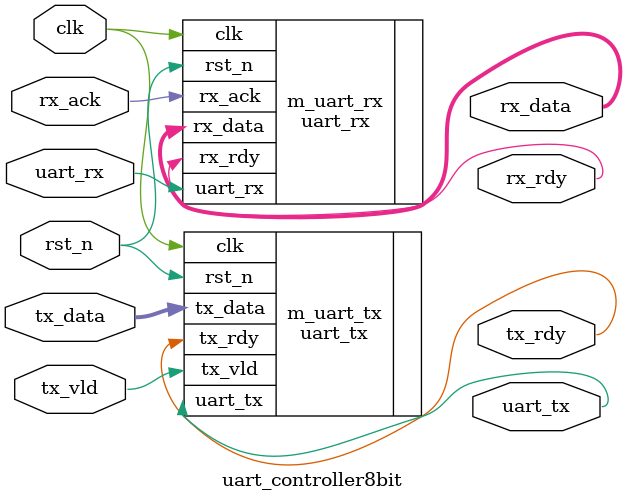
<source format=v>
module uart_controller8bit #(
	parameter		CLK_FRE				=	50,		// 50MHz
					BAUD_RATE			=	115200,	// 115200Hz
	localparam		TX_DATA_BYTE_WIDTH	=	1,		// 1 bytes to transmit
					RX_DATA_BYTE_WIDTH	=	1		// 1 bytes to receive
	`define			TX_DATA_BIT_WIDTH	(TX_DATA_BYTE_WIDTH << 3)
	`define			RX_DATA_BIT_WIDTH	(RX_DATA_BYTE_WIDTH << 3)
) (
	input									clk			,
	input									rst_n		,
	input									uart_rx		,
	output									uart_tx		,

	// inner data
	input		[`TX_DATA_BIT_WIDTH - 1:0]	tx_data		,		// data
	input									tx_vld		,		// start the transmit process
	output									tx_rdy		,		// transmit process complete
	output		[`RX_DATA_BIT_WIDTH - 1:0]	rx_data		,		// data
	input									rx_ack		,		// data is received by receiver buffer					(RX_WAIT)
	output									rx_rdy				// send signal to receiver buffer that data is ready
);

	/*// uart_rx signals
	wire rx_clk_bps, rx_bps_start;

	// uart_tx signals
	wire tx_clk_bps, tx_bps_start;

	// uart_rx_speed_setting
	speed_setting #(
		.CLK_FRE(CLK_FRE),		// 50MHz(from PLL)
		.BAUD_RATE(BAUD_RATE)
	) m_uart_rx_speed_setting (
		.clk						(clk			),
		.rst_n						(rst_n			),

		.bps_start					(rx_bps_start	),
		.clk_bps					(rx_clk_bps		)
	);

	// uart_tx_speed_setting
	speed_setting #(
		.CLK_FRE(CLK_FRE),		// 50MHz(from PLL)
		.BAUD_RATE(BAUD_RATE)
	) m_uart_tx_speed_setting (
		.clk						(clk			),
		.rst_n						(rst_n			),

		.bps_start					(tx_bps_start	),
		.clk_bps					(tx_clk_bps		)
	);*/

	// uart_rx
	uart_rx #(
		.CLK_FRE(CLK_FRE),		// 50MHz(from PLL)
		.BAUD_RATE(BAUD_RATE)
	) m_uart_rx (
		.clk						(clk			),
		.rst_n						(rst_n			),

		// speed_setting signals
		//.clk_bps					(rx_clk_bps		),
		//.bps_start					(rx_bps_start	),

		// rx signals
		.uart_rx					(uart_rx		),
		.rx_ack						(rx_ack			),
		.rx_data					(rx_data		),
		.rx_rdy						(rx_rdy			)
	);

	// uart_tx
	uart_tx #(
		.CLK_FRE(CLK_FRE),		// 50MHz(from PLL)
		.BAUD_RATE(BAUD_RATE)
	) m_uart_tx (
		.clk						(clk			),
		.rst_n						(rst_n			),

		// speed_setting signals
		//.clk_bps					(tx_clk_bps		),
		//.bps_start					(tx_bps_start	),

		// tx signals
		.tx_data					(tx_data		),
		.tx_vld						(tx_vld			),
		.tx_rdy						(tx_rdy			),
		.uart_tx					(uart_tx		)
	);

endmodule

</source>
